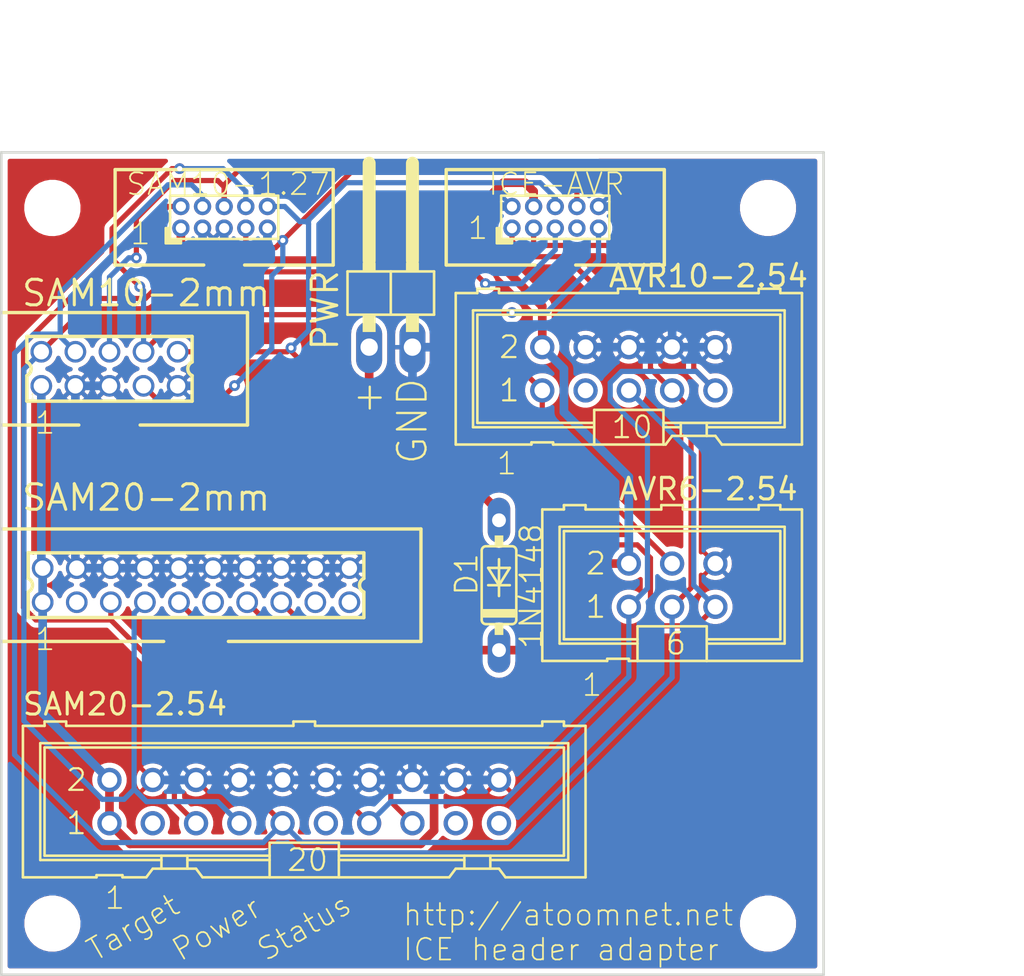
<source format=kicad_pcb>
(kicad_pcb (version 4) (host pcbnew 4.0.2-stable)
  (layers (0 Top signal hide) (31 Bottom signal hide) (34 B.Paste user hide) (35 F.Paste user hide) (36 B.SilkS user) (37 F.SilkS user) (38 B.Mask user hide) (39 F.Mask user hide) (44 Edge.Cuts user))
  (net 0 "")
  (net 1 /TDO)
  (net 2 /VTG)
  (net 3 /TCK)
  (net 4 /TDI)
  (net 5 /NSRST)
  (net 6 /GND)
  (net 7 "Net-(D1-PadA)")
  (net 8 /TMS)
  (net 9 /NTRST)
  (module con-harting-ml:ML10 (layer Top) (at 87.63 124.46)
    (fp_text reference AVR10-2.54 (at 4.67 -5.44) (layer F.SilkS) (effects (font (size 1.27 1.27) (thickness 0.1778))))
    (fp_text value ML10 hide)
    (fp_text user 10 (at 0.193524 3.429) (layer F.SilkS) (effects (font (size 1.27 1.27) (thickness 0.127))))
    (fp_text user 1 (at -7.015238 1.27) (layer F.SilkS) (effects (font (size 1.27 1.27) (thickness 0.127))))
    (fp_text user 2 (at -7.015238 -1.27) (layer F.SilkS) (effects (font (size 1.27 1.27) (thickness 0.127))))
    (pad 1 thru_hole circle (at -5.08 1.27) (size 1.4224 1.4224) (drill 0.9144) (layers *.Cu *.Mask) (net 4 /TDI))
    (pad 2 thru_hole circle (at -5.08 -1.27) (size 1.4224 1.4224) (drill 0.9144) (layers *.Cu *.Mask) (net 2 /VTG))
    (pad 3 thru_hole circle (at -2.54 1.27) (size 1.4224 1.4224) (drill 0.9144) (layers *.Cu *.Mask))
    (pad 4 thru_hole circle (at -2.54 -1.27) (size 1.4224 1.4224) (drill 0.9144) (layers *.Cu *.Mask) (net 6 /GND))
    (pad 5 thru_hole circle (at 0 1.27) (size 1.4224 1.4224) (drill 0.9144) (layers *.Cu *.Mask) (net 5 /NSRST))
    (pad 6 thru_hole circle (at 0 -1.27) (size 1.4224 1.4224) (drill 0.9144) (layers *.Cu *.Mask) (net 6 /GND))
    (pad 7 thru_hole circle (at 2.54 1.27) (size 1.4224 1.4224) (drill 0.9144) (layers *.Cu *.Mask) (net 3 /TCK))
    (pad 8 thru_hole circle (at 2.54 -1.27) (size 1.4224 1.4224) (drill 0.9144) (layers *.Cu *.Mask) (net 6 /GND))
    (pad 9 thru_hole circle (at 5.08 1.27) (size 1.4224 1.4224) (drill 0.9144) (layers *.Cu *.Mask) (net 1 /TDO))
    (pad 10 thru_hole circle (at 5.08 -1.27) (size 1.4224 1.4224) (drill 0.9144) (layers *.Cu *.Mask) (net 6 /GND))
  )
  (module con-harting-ml:ML6 (layer Top) (at 90.17 137.16)
    (fp_text reference AVR6-2.54 (at 2.13 -5.64) (layer F.SilkS) (effects (font (size 1.27 1.27) (thickness 0.1778))))
    (fp_text value ML6 hide)
    (fp_text user 1 (at -4.475238 1.27) (layer F.SilkS) (effects (font (size 1.27 1.27) (thickness 0.127))))
    (fp_text user 2 (at -4.475238 -1.27) (layer F.SilkS) (effects (font (size 1.27 1.27) (thickness 0.127))))
    (fp_text user 6 (at 0.223762 3.429) (layer F.SilkS) (effects (font (size 1.27 1.27) (thickness 0.127))))
    (pad 1 thru_hole circle (at -2.54 1.27) (size 1.4224 1.4224) (drill 0.9144) (layers *.Cu *.Mask) (net 1 /TDO))
    (pad 2 thru_hole circle (at -2.54 -1.27) (size 1.4224 1.4224) (drill 0.9144) (layers *.Cu *.Mask) (net 2 /VTG))
    (pad 3 thru_hole circle (at 0 1.27) (size 1.4224 1.4224) (drill 0.9144) (layers *.Cu *.Mask) (net 3 /TCK))
    (pad 4 thru_hole circle (at 0 -1.27) (size 1.4224 1.4224) (drill 0.9144) (layers *.Cu *.Mask) (net 4 /TDI))
    (pad 5 thru_hole circle (at 2.54 1.27) (size 1.4224 1.4224) (drill 0.9144) (layers *.Cu *.Mask) (net 5 /NSRST))
    (pad 6 thru_hole circle (at 2.54 -1.27) (size 1.4224 1.4224) (drill 0.9144) (layers *.Cu *.Mask) (net 6 /GND))
  )
  (module con-harting-ml:ML20 (layer Top) (at 68.58 149.86)
    (fp_text reference SAM20-2.54 (at -10.52286 -5.714987) (layer F.SilkS) (effects (font (size 1.27 1.27) (thickness 0.1778))))
    (fp_text value ML20 hide)
    (fp_text user 1 (at -13.36524 1.27) (layer F.SilkS) (effects (font (size 1.27 1.27) (thickness 0.127))))
    (fp_text user 2 (at -13.36524 -1.27) (layer F.SilkS) (effects (font (size 1.27 1.27) (thickness 0.127))))
    (fp_text user 20 (at 0.193524 3.429) (layer F.SilkS) (effects (font (size 1.27 1.27) (thickness 0.127))))
    (pad 1 thru_hole circle (at -11.43 1.27) (size 1.4224 1.4224) (drill 0.9144) (layers *.Cu *.Mask) (net 2 /VTG))
    (pad 2 thru_hole circle (at -11.43 -1.27) (size 1.4224 1.4224) (drill 0.9144) (layers *.Cu *.Mask) (net 2 /VTG))
    (pad 3 thru_hole circle (at -8.89 1.27) (size 1.4224 1.4224) (drill 0.9144) (layers *.Cu *.Mask))
    (pad 4 thru_hole circle (at -8.89 -1.27) (size 1.4224 1.4224) (drill 0.9144) (layers *.Cu *.Mask) (net 6 /GND))
    (pad 5 thru_hole circle (at -6.35 1.27) (size 1.4224 1.4224) (drill 0.9144) (layers *.Cu *.Mask) (net 4 /TDI))
    (pad 6 thru_hole circle (at -6.35 -1.27) (size 1.4224 1.4224) (drill 0.9144) (layers *.Cu *.Mask) (net 6 /GND))
    (pad 7 thru_hole circle (at -3.81 1.27) (size 1.4224 1.4224) (drill 0.9144) (layers *.Cu *.Mask) (net 8 /TMS))
    (pad 8 thru_hole circle (at -3.81 -1.27) (size 1.4224 1.4224) (drill 0.9144) (layers *.Cu *.Mask) (net 6 /GND))
    (pad 9 thru_hole circle (at -1.27 1.27) (size 1.4224 1.4224) (drill 0.9144) (layers *.Cu *.Mask) (net 3 /TCK))
    (pad 10 thru_hole circle (at -1.27 -1.27) (size 1.4224 1.4224) (drill 0.9144) (layers *.Cu *.Mask) (net 6 /GND))
    (pad 11 thru_hole circle (at 1.27 1.27) (size 1.4224 1.4224) (drill 0.9144) (layers *.Cu *.Mask))
    (pad 12 thru_hole circle (at 1.27 -1.27) (size 1.4224 1.4224) (drill 0.9144) (layers *.Cu *.Mask) (net 6 /GND))
    (pad 13 thru_hole circle (at 3.81 1.27) (size 1.4224 1.4224) (drill 0.9144) (layers *.Cu *.Mask) (net 1 /TDO))
    (pad 14 thru_hole circle (at 3.81 -1.27) (size 1.4224 1.4224) (drill 0.9144) (layers *.Cu *.Mask) (net 6 /GND))
    (pad 15 thru_hole circle (at 6.35 1.27) (size 1.4224 1.4224) (drill 0.9144) (layers *.Cu *.Mask) (net 5 /NSRST))
    (pad 16 thru_hole circle (at 6.35 -1.27) (size 1.4224 1.4224) (drill 0.9144) (layers *.Cu *.Mask) (net 6 /GND))
    (pad 17 thru_hole circle (at 8.89 1.27) (size 1.4224 1.4224) (drill 0.9144) (layers *.Cu *.Mask))
    (pad 18 thru_hole circle (at 8.89 -1.27) (size 1.4224 1.4224) (drill 0.9144) (layers *.Cu *.Mask) (net 6 /GND))
    (pad 19 thru_hole circle (at 11.43 1.27) (size 1.4224 1.4224) (drill 0.9144) (layers *.Cu *.Mask))
    (pad 20 thru_hole circle (at 11.43 -1.27) (size 1.4224 1.4224) (drill 0.9144) (layers *.Cu *.Mask) (net 6 /GND))
  )
  (module diode:DO35-7 (layer Top) (at 80.01 137.16 90)
    (fp_text reference D1 (at 0.635 -1.90499 90) (layer F.SilkS) (effects (font (size 1.27 1.27) (thickness 0.127))))
    (fp_text value 1N4148 (at -0.06 1.89 90) (layer F.SilkS) (effects (font (size 1.27 1.27) (thickness 0.127))))
    (pad C thru_hole oval (at -3.81 0 90) (size 2.6416 1.3208) (drill 0.8128) (layers *.Cu *.Mask) (net 2 /VTG))
    (pad A thru_hole oval (at 3.81 0 90) (size 2.6416 1.3208) (drill 0.8128) (layers *.Cu *.Mask) (net 7 "Net-(D1-PadA)"))
  )
  (module pinhead:1X02_90 (layer Top) (at 73.66 119.38)
    (fp_text reference PWR1 hide)
    (fp_text value PINHD-1X2 hide)
    (pad 1 thru_hole oval (at -1.27 3.81) (size 1.524 3.048) (drill 1.016) (layers *.Cu *.Mask) (net 7 "Net-(D1-PadA)"))
    (pad 2 thru_hole oval (at 1.27 3.81) (size 1.524 3.048) (drill 1.016) (layers *.Cu *.Mask) (net 6 /GND))
  )
  (module Mounting_Holes:MountingHole_2.7mm_M2.5 (layer Top) (at 53.8 115.02)
    (fp_text reference P1 hide)
    (fp_text value TST)
    (pad 1 np_thru_hole circle (at 0 0) (size 2.7 2.7) (drill 2.7) (layers *.Cu *.Mask))
  )
  (module Mounting_Holes:MountingHole_2.7mm_M2.5 (layer Top) (at 95.8 115.02)
    (fp_text reference P2 hide)
    (fp_text value TST)
    (pad 1 np_thru_hole circle (at 0 0) (size 2.7 2.7) (drill 2.7) (layers *.Cu *.Mask))
  )
  (module Mounting_Holes:MountingHole_2.7mm_M2.5 (layer Top) (at 53.8 157.02)
    (fp_text reference P3 hide)
    (fp_text value TST)
    (pad 1 np_thru_hole circle (at 0 0) (size 2.7 2.7) (drill 2.7) (layers *.Cu *.Mask))
  )
  (module Mounting_Holes:MountingHole_2.7mm_M2.5 (layer Top) (at 95.8 157.02)
    (fp_text reference P4 hide)
    (fp_text value TST)
    (pad 1 np_thru_hole circle (at 0 0) (size 2.7 2.7) (drill 2.7) (layers *.Cu *.Mask))
  )
  (module con-molex:87758-1016 (layer Top) (at 57.15 124.46)
    (fp_text reference SAM10-2 hide)
    (fp_text value 87758-1016 hide)
    (fp_text user 1 (at -4.504857 1.5976) (layer F.SilkS) (effects (font (size 0.3048 0.3048) (thickness 0.024384))))
    (pad 1 thru_hole circle (at -4 1) (size 1.27 1.27) (drill 0.9) (layers *.Cu *.Mask) (net 2 /VTG))
    (pad 2 thru_hole circle (at -4 -1) (size 1.27 1.27) (drill 0.9) (layers *.Cu *.Mask) (net 8 /TMS))
    (pad 3 thru_hole circle (at -2 1) (size 1.27 1.27) (drill 0.9) (layers *.Cu *.Mask) (net 6 /GND))
    (pad 4 thru_hole circle (at -2 -1) (size 1.27 1.27) (drill 0.9) (layers *.Cu *.Mask) (net 3 /TCK))
    (pad 5 thru_hole circle (at 0 1) (size 1.27 1.27) (drill 0.9) (layers *.Cu *.Mask) (net 6 /GND))
    (pad 6 thru_hole circle (at 0 -1) (size 1.27 1.27) (drill 0.9) (layers *.Cu *.Mask) (net 1 /TDO))
    (pad 7 thru_hole circle (at 2 1) (size 1.27 1.27) (drill 0.9) (layers *.Cu *.Mask) (net 9 /NTRST))
    (pad 8 thru_hole circle (at 2 -1) (size 1.27 1.27) (drill 0.9) (layers *.Cu *.Mask) (net 4 /TDI))
    (pad 9 thru_hole circle (at 4 1) (size 1.27 1.27) (drill 0.9) (layers *.Cu *.Mask) (net 6 /GND))
    (pad 10 thru_hole circle (at 4 -1) (size 1.27 1.27) (drill 0.9) (layers *.Cu *.Mask) (net 5 /NSRST))
  )
  (module con-molex:87758-2016 (layer Top) (at 62.23 137.16)
    (fp_text reference SAM20-2 hide)
    (fp_text value 87758-2016 hide)
    (fp_text user 1 (at -9.504857 1.5976) (layer F.SilkS) (effects (font (size 0.3048 0.3048) (thickness 0.024384))))
    (pad 1 thru_hole circle (at -9 1) (size 1.27 1.27) (drill 0.9) (layers *.Cu *.Mask) (net 2 /VTG))
    (pad 2 thru_hole circle (at -9 -1) (size 1.27 1.27) (drill 0.9) (layers *.Cu *.Mask) (net 2 /VTG))
    (pad 3 thru_hole circle (at -7 1) (size 1.27 1.27) (drill 0.9) (layers *.Cu *.Mask))
    (pad 4 thru_hole circle (at -7 -1) (size 1.27 1.27) (drill 0.9) (layers *.Cu *.Mask) (net 6 /GND))
    (pad 5 thru_hole circle (at -5 1) (size 1.27 1.27) (drill 0.9) (layers *.Cu *.Mask) (net 4 /TDI))
    (pad 6 thru_hole circle (at -5 -1) (size 1.27 1.27) (drill 0.9) (layers *.Cu *.Mask) (net 6 /GND))
    (pad 7 thru_hole circle (at -3 1) (size 1.27 1.27) (drill 0.9) (layers *.Cu *.Mask) (net 8 /TMS))
    (pad 8 thru_hole circle (at -3 -1) (size 1.27 1.27) (drill 0.9) (layers *.Cu *.Mask) (net 6 /GND))
    (pad 9 thru_hole circle (at -1 1) (size 1.27 1.27) (drill 0.9) (layers *.Cu *.Mask) (net 3 /TCK))
    (pad 10 thru_hole circle (at -1 -1) (size 1.27 1.27) (drill 0.9) (layers *.Cu *.Mask) (net 6 /GND))
    (pad 11 thru_hole circle (at 1 1) (size 1.27 1.27) (drill 0.9) (layers *.Cu *.Mask))
    (pad 12 thru_hole circle (at 1 -1) (size 1.27 1.27) (drill 0.9) (layers *.Cu *.Mask) (net 6 /GND))
    (pad 13 thru_hole circle (at 3 1) (size 1.27 1.27) (drill 0.9) (layers *.Cu *.Mask) (net 1 /TDO))
    (pad 14 thru_hole circle (at 3 -1) (size 1.27 1.27) (drill 0.9) (layers *.Cu *.Mask) (net 6 /GND))
    (pad 15 thru_hole circle (at 5 1) (size 1.27 1.27) (drill 0.9) (layers *.Cu *.Mask) (net 5 /NSRST))
    (pad 16 thru_hole circle (at 5 -1) (size 1.27 1.27) (drill 0.9) (layers *.Cu *.Mask) (net 6 /GND))
    (pad 17 thru_hole circle (at 7 1) (size 1.27 1.27) (drill 0.9) (layers *.Cu *.Mask))
    (pad 18 thru_hole circle (at 7 -1) (size 1.27 1.27) (drill 0.9) (layers *.Cu *.Mask) (net 6 /GND))
    (pad 19 thru_hole circle (at 9 1) (size 1.27 1.27) (drill 0.9) (layers *.Cu *.Mask))
    (pad 20 thru_hole circle (at 9 -1) (size 1.27 1.27) (drill 0.9) (layers *.Cu *.Mask) (net 6 /GND))
  )
  (module Arduino_Wifi_shield_v018_tG:PINHEAD_2X05_127 (layer Top) (at 63.881 115.57 90)
    (fp_text reference SAM10-1.27 hide)
    (fp_text value PINHEAD_PINHD-2X5 hide)
    (pad 1 thru_hole circle (at -0.635 -2.54 90) (size 1.016 1.016) (drill 0.6) (layers *.Cu *.Mask) (net 2 /VTG))
    (pad 2 thru_hole circle (at 0.635 -2.54 90) (size 1.016 1.016) (drill 0.6) (layers *.Cu *.Mask) (net 8 /TMS))
    (pad 3 thru_hole circle (at -0.635 -1.27 90) (size 1.016 1.016) (drill 0.6) (layers *.Cu *.Mask) (net 6 /GND))
    (pad 4 thru_hole circle (at 0.635 -1.27 90) (size 1.016 1.016) (drill 0.6) (layers *.Cu *.Mask) (net 3 /TCK))
    (pad 5 thru_hole circle (at -0.635 0 90) (size 1.016 1.016) (drill 0.6) (layers *.Cu *.Mask) (net 6 /GND))
    (pad 6 thru_hole circle (at 0.635 0 90) (size 1.016 1.016) (drill 0.6) (layers *.Cu *.Mask) (net 1 /TDO))
    (pad 7 thru_hole circle (at -0.635 1.27 90) (size 1.016 1.016) (drill 0.6) (layers *.Cu *.Mask) (net 9 /NTRST))
    (pad 8 thru_hole circle (at 0.635 1.27 90) (size 1.016 1.016) (drill 0.6) (layers *.Cu *.Mask) (net 4 /TDI))
    (pad 9 thru_hole circle (at -0.635 2.54 90) (size 1.016 1.016) (drill 0.6) (layers *.Cu *.Mask) (net 6 /GND))
    (pad 10 thru_hole circle (at 0.635 2.54 90) (size 1.016 1.016) (drill 0.6) (layers *.Cu *.Mask) (net 5 /NSRST))
  )
  (module Arduino_Wifi_shield_v018_tG:PINHEAD_2X05_127 (layer Top) (at 83.312 115.57 90)
    (fp_text reference ICE-AVR1 hide)
    (fp_text value PINHEAD_PINHD-2X5 hide)
    (pad 1 thru_hole circle (at -0.635 -2.54 90) (size 1.016 1.016) (drill 0.6) (layers *.Cu *.Mask) (net 3 /TCK))
    (pad 2 thru_hole circle (at 0.635 -2.54 90) (size 1.016 1.016) (drill 0.6) (layers *.Cu *.Mask) (net 6 /GND))
    (pad 3 thru_hole circle (at -0.635 -1.27 90) (size 1.016 1.016) (drill 0.6) (layers *.Cu *.Mask) (net 1 /TDO))
    (pad 4 thru_hole circle (at 0.635 -1.27 90) (size 1.016 1.016) (drill 0.6) (layers *.Cu *.Mask) (net 2 /VTG))
    (pad 5 thru_hole circle (at -0.635 0 90) (size 1.016 1.016) (drill 0.6) (layers *.Cu *.Mask) (net 8 /TMS))
    (pad 6 thru_hole circle (at 0.635 0 90) (size 1.016 1.016) (drill 0.6) (layers *.Cu *.Mask) (net 5 /NSRST))
    (pad 7 thru_hole circle (at -0.635 1.27 90) (size 1.016 1.016) (drill 0.6) (layers *.Cu *.Mask))
    (pad 8 thru_hole circle (at 0.635 1.27 90) (size 1.016 1.016) (drill 0.6) (layers *.Cu *.Mask) (net 9 /NTRST))
    (pad 9 thru_hole circle (at -0.635 2.54 90) (size 1.016 1.016) (drill 0.6) (layers *.Cu *.Mask) (net 4 /TDI))
    (pad 10 thru_hole circle (at 0.635 2.54 90) (size 1.016 1.016) (drill 0.6) (layers *.Cu *.Mask) (net 6 /GND))
  )
  (gr_text PWR (at 69.8 121.02 90) (layer F.SilkS) (effects (font (size 1.5 1.5) (thickness 0.18))))
  (gr_text SAM20-2mm (at 59.3 132.02) (layer F.SilkS) (effects (font (size 1.5 1.5) (thickness 0.18))))
  (gr_text SAM10-2mm (at 59.3 120.02) (layer F.SilkS) (effects (font (size 1.5 1.5) (thickness 0.18))))
  (gr_text ICE-AVR (at 79.3 113.62) (layer F.SilkS) (effects (font (size 1.27 1.27) (thickness 0.1016)) (justify left)))
  (gr_text SAM10-1.27 (at 58.05 113.62) (layer F.SilkS) (effects (font (size 1.27 1.27) (thickness 0.1016)) (justify left)))
  (gr_text "http://atoomnet.net\nICE header adapter" (at 74.3 157.52) (layer F.SilkS) (effects (font (size 1.27 1.27) (thickness 0.1016)) (justify left)))
  (gr_text 1 (at 52.705 127.635) (layer F.SilkS) (effects (font (size 1.27 1.27) (thickness 0.1016)) (justify left)))
  (gr_text 1 (at 52.705 140.335) (layer F.SilkS) (effects (font (size 1.27 1.27) (thickness 0.1016)) (justify left)))
  (gr_text 1 (at 56.8 155.52) (layer F.SilkS) (effects (font (size 1.27 1.27) (thickness 0.1016)) (justify left)))
  (gr_text 1 (at 84.8 143.02) (layer F.SilkS) (effects (font (size 1.27 1.27) (thickness 0.1016)) (justify left)))
  (gr_text 1 (at 79.8 130.02) (layer F.SilkS) (effects (font (size 1.27 1.27) (thickness 0.1016)) (justify left)))
  (gr_text 1 (at 58.3 116.52) (layer F.SilkS) (effects (font (size 1.27 1.27) (thickness 0.1016)) (justify left)))
  (gr_text 1 (at 78.105 116.205) (layer F.SilkS) (effects (font (size 1.27 1.27) (thickness 0.1016)) (justify left)))
  (gr_text Status (at 65.93 158.75 30) (layer F.SilkS) (effects (font (size 1.27 1.27) (thickness 0.1016)) (justify left)))
  (gr_text Power (at 60.93 158.75 30) (layer F.SilkS) (effects (font (size 1.27 1.27) (thickness 0.1016)) (justify left)))
  (gr_text Target (at 55.93 158.75 30) (layer F.SilkS) (effects (font (size 1.27 1.27) (thickness 0.1016)) (justify left)))
  (gr_text + (at 71.3 126.02) (layer F.SilkS) (effects (font (size 1.6764 1.6764) (thickness 0.134112)) (justify left)))
  (gr_text GND (at 74.93 130.175 90) (layer F.SilkS) (effects (font (size 1.6764 1.6764) (thickness 0.134112)) (justify left)))
  (gr_line (start 50.8 160.02) (end 99.06 160.02) (layer Edge.Cuts) (width 0.15))
  (gr_line (start 99.06 160.02) (end 99.06 111.76) (layer Edge.Cuts) (width 0.15))
  (gr_line (start 99.06 111.76) (end 50.8 111.76) (layer Edge.Cuts) (width 0.15))
  (gr_line (start 50.8 111.76) (end 50.8 160.02) (layer Edge.Cuts) (width 0.15))
  (segment (start 86.741 117.6159) (end 86.741 117.348) (width 0.3048) (layer Top) (net 1))
  (segment (start 86.741 117.348) (end 86.614 117.221) (width 0.3048) (layer Top) (net 1))
  (segment (start 63.881 114.935) (end 63.881 113.665) (width 0.3048) (layer Top) (net 1))
  (segment (start 63.881 113.665) (end 65.176422 112.369578) (width 0.3048) (layer Top) (net 1))
  (segment (start 65.176422 112.369578) (end 85.191578 112.369578) (width 0.3048) (layer Top) (net 1))
  (segment (start 85.191578 112.369578) (end 87.503 114.681) (width 0.3048) (layer Top) (net 1))
  (segment (start 87.503 114.681) (end 87.503 116.332) (width 0.3048) (layer Top) (net 1))
  (segment (start 87.503 116.332) (end 86.614 117.221) (width 0.3048) (layer Top) (net 1))
  (segment (start 86.614 117.221) (end 82.169 117.221) (width 0.3048) (layer Top) (net 1))
  (segment (start 82.169 117.221) (end 82.042 117.094) (width 0.3048) (layer Top) (net 1))
  (segment (start 82.042 117.094) (end 82.042 116.205) (width 0.3048) (layer Top) (net 1))
  (segment (start 63.5 113.411) (end 60.96 113.411) (width 0.3048) (layer Top) (net 1))
  (segment (start 58.7278 115.6432) (end 58.7278 117.9482) (width 0.3048) (layer Top) (net 1))
  (segment (start 63.881 114.935) (end 63.881 113.792) (width 0.3048) (layer Top) (net 1))
  (segment (start 63.881 113.792) (end 63.5 113.411) (width 0.3048) (layer Top) (net 1))
  (segment (start 60.96 113.411) (end 58.7278 115.6432) (width 0.3048) (layer Top) (net 1))
  (segment (start 92.71 125.73) (end 91.44 124.46) (width 0.3048) (layer Top) (net 1))
  (segment (start 91.44 124.46) (end 91.44 122.3149) (width 0.3048) (layer Top) (net 1))
  (segment (start 91.44 122.3149) (end 86.741 117.6159) (width 0.3048) (layer Top) (net 1))
  (segment (start 58.7278 117.9482) (end 58.278788 117.9482) (width 0.3048) (layer Bottom) (net 1))
  (segment (start 58.278788 117.9482) (end 57.15 119.076988) (width 0.3048) (layer Bottom) (net 1))
  (segment (start 57.15 122.561975) (end 57.15 123.46) (width 0.3048) (layer Bottom) (net 1))
  (segment (start 57.15 119.076988) (end 57.15 122.561975) (width 0.3048) (layer Bottom) (net 1))
  (via (at 58.7278 117.9482) (size 0.635) (layers Top Bottom) (net 1))
  (segment (start 71.12 149.86) (end 72.39 151.13) (width 0.3048) (layer Top) (net 1))
  (segment (start 71.12 144.05) (end 71.12 149.86) (width 0.3048) (layer Top) (net 1))
  (segment (start 65.23 138.16) (end 71.12 144.05) (width 0.3048) (layer Top) (net 1))
  (segment (start 91.5931 124.6131) (end 92.71 125.73) (width 0.3048) (layer Bottom) (net 1))
  (segment (start 87.2011 124.6131) (end 91.5931 124.6131) (width 0.3048) (layer Bottom) (net 1))
  (segment (start 86.5374 125.2768) (end 87.2011 124.6131) (width 0.3048) (layer Bottom) (net 1))
  (segment (start 86.5374 126.2886) (end 86.5374 125.2768) (width 0.3048) (layer Bottom) (net 1))
  (segment (start 88.7226 128.4738) (end 86.5374 126.2886) (width 0.3048) (layer Bottom) (net 1))
  (segment (start 88.7226 137.3374) (end 88.7226 128.4738) (width 0.3048) (layer Bottom) (net 1))
  (segment (start 87.63 138.43) (end 88.7226 137.3374) (width 0.3048) (layer Bottom) (net 1))
  (segment (start 87.63 142.5233) (end 87.63 138.43) (width 0.3048) (layer Bottom) (net 1))
  (segment (start 80.2933 149.86) (end 87.63 142.5233) (width 0.3048) (layer Bottom) (net 1))
  (segment (start 73.66 149.86) (end 80.2933 149.86) (width 0.3048) (layer Bottom) (net 1))
  (segment (start 72.39 151.13) (end 73.66 149.86) (width 0.3048) (layer Bottom) (net 1))
  (segment (start 79.5119 117.7559) (end 79.1578 118.11) (width 0.508) (layer Top) (net 2))
  (segment (start 79.1578 118.11) (end 62.357 118.11) (width 0.508) (layer Top) (net 2))
  (segment (start 62.357 118.11) (end 61.341 117.094) (width 0.508) (layer Top) (net 2))
  (segment (start 61.341 117.094) (end 61.341 116.205) (width 0.508) (layer Top) (net 2))
  (segment (start 79.5119 117.7559) (end 79.5119 114.2901) (width 0.508) (layer Top) (net 2))
  (segment (start 79.5119 114.2901) (end 80.264 113.538) (width 0.508) (layer Top) (net 2))
  (segment (start 80.264 113.538) (end 81.534 113.538) (width 0.508) (layer Top) (net 2))
  (segment (start 81.534 113.538) (end 82.042 114.046) (width 0.508) (layer Top) (net 2))
  (segment (start 82.042 114.046) (end 82.042 114.935) (width 0.508) (layer Top) (net 2))
  (segment (start 87.63 135.89) (end 87.63 130.81) (width 0.508) (layer Bottom) (net 2))
  (segment (start 87.63 130.81) (end 83.82 127) (width 0.508) (layer Bottom) (net 2))
  (segment (start 83.82 127) (end 83.82 124.46) (width 0.508) (layer Bottom) (net 2))
  (segment (start 83.82 124.46) (end 82.55 123.19) (width 0.508) (layer Bottom) (net 2))
  (segment (start 53.15 136.08) (end 53.15 125.46) (width 0.508) (layer Bottom) (net 2))
  (segment (start 53.23 136.16) (end 53.15 136.08) (width 0.508) (layer Bottom) (net 2))
  (segment (start 82.55 120.794) (end 79.5119 117.7559) (width 0.508) (layer Top) (net 2))
  (segment (start 82.55 123.19) (end 82.55 120.794) (width 0.508) (layer Top) (net 2))
  (segment (start 53.23 136.16) (end 53.23 138.16) (width 0.508) (layer Bottom) (net 2))
  (segment (start 53.23 144.67) (end 57.15 148.59) (width 0.508) (layer Bottom) (net 2))
  (segment (start 53.23 138.16) (end 53.23 144.67) (width 0.508) (layer Bottom) (net 2))
  (segment (start 86.2333 135.89) (end 87.63 135.89) (width 0.508) (layer Top) (net 2))
  (segment (start 81.1533 140.97) (end 86.2333 135.89) (width 0.508) (layer Top) (net 2))
  (segment (start 80.01 140.97) (end 81.1533 140.97) (width 0.508) (layer Top) (net 2))
  (segment (start 57.15 148.59) (end 57.15 151.13) (width 0.508) (layer Top) (net 2))
  (segment (start 76.2 143.6367) (end 78.8667 140.97) (width 0.508) (layer Top) (net 2))
  (segment (start 76.2 151.5566) (end 76.2 143.6367) (width 0.508) (layer Top) (net 2))
  (segment (start 75.415 152.3416) (end 76.2 151.5566) (width 0.508) (layer Top) (net 2))
  (segment (start 58.3616 152.3416) (end 75.415 152.3416) (width 0.508) (layer Top) (net 2))
  (segment (start 57.15 151.13) (end 58.3616 152.3416) (width 0.508) (layer Top) (net 2))
  (segment (start 80.01 140.97) (end 78.8667 140.97) (width 0.508) (layer Top) (net 2))
  (segment (start 54.2571 122.4236) (end 54.2571 119.9869) (width 0.3048) (layer Bottom) (net 3))
  (segment (start 54.2571 119.9869) (end 60.579 113.665) (width 0.3048) (layer Bottom) (net 3))
  (segment (start 60.579 113.665) (end 61.976 113.665) (width 0.3048) (layer Bottom) (net 3))
  (segment (start 61.976 113.665) (end 62.611 114.3) (width 0.3048) (layer Bottom) (net 3))
  (segment (start 62.611 114.3) (end 62.611 114.935) (width 0.3048) (layer Bottom) (net 3))
  (segment (start 90.17 125.73) (end 88.9 124.46) (width 0.3048) (layer Top) (net 3))
  (segment (start 88.9 124.46) (end 88.9 122.8528) (width 0.3048) (layer Top) (net 3))
  (segment (start 88.9 122.8528) (end 83.928611 117.881411) (width 0.3048) (layer Top) (net 3))
  (segment (start 83.928611 117.881411) (end 81.686411 117.881411) (width 0.3048) (layer Top) (net 3))
  (segment (start 81.686411 117.881411) (end 80.772 116.967) (width 0.3048) (layer Top) (net 3))
  (segment (start 80.772 116.967) (end 80.772 116.205) (width 0.3048) (layer Top) (net 3))
  (segment (start 66.04 149.86) (end 67.31 151.13) (width 0.3048) (layer Top) (net 3))
  (segment (start 66.04 142.97) (end 66.04 149.86) (width 0.3048) (layer Top) (net 3))
  (segment (start 61.23 138.16) (end 66.04 142.97) (width 0.3048) (layer Top) (net 3))
  (segment (start 90.17 142.5735) (end 90.17 138.43) (width 0.3048) (layer Bottom) (net 3))
  (segment (start 80.4838 152.2597) (end 90.17 142.5735) (width 0.3048) (layer Bottom) (net 3))
  (segment (start 68.4397 152.2597) (end 80.4838 152.2597) (width 0.3048) (layer Bottom) (net 3))
  (segment (start 67.31 151.13) (end 68.4397 152.2597) (width 0.3048) (layer Bottom) (net 3))
  (segment (start 54.2571 122.5671) (end 54.2571 122.4236) (width 0.3048) (layer Bottom) (net 3))
  (segment (start 55.15 123.46) (end 54.2571 122.5671) (width 0.3048) (layer Bottom) (net 3))
  (segment (start 66.1765 152.2635) (end 67.31 151.13) (width 0.3048) (layer Bottom) (net 3))
  (segment (start 56.7363 152.2635) (end 66.1765 152.2635) (width 0.3048) (layer Bottom) (net 3))
  (segment (start 51.5787 147.1059) (end 56.7363 152.2635) (width 0.3048) (layer Bottom) (net 3))
  (segment (start 51.5787 123.5509) (end 51.5787 147.1059) (width 0.3048) (layer Bottom) (net 3))
  (segment (start 52.706 122.4236) (end 51.5787 123.5509) (width 0.3048) (layer Bottom) (net 3))
  (segment (start 54.2571 122.4236) (end 52.706 122.4236) (width 0.3048) (layer Bottom) (net 3))
  (segment (start 91.2812 126.8412) (end 90.17 125.73) (width 0.3048) (layer Top) (net 3))
  (segment (start 91.2812 137.3188) (end 91.2812 126.8412) (width 0.3048) (layer Top) (net 3))
  (segment (start 90.17 138.43) (end 91.2812 137.3188) (width 0.3048) (layer Top) (net 3))
  (segment (start 65.151 114.935) (end 65.151 114.046) (width 0.3048) (layer Bottom) (net 4))
  (segment (start 65.151 114.046) (end 63.81748 112.71248) (width 0.3048) (layer Bottom) (net 4))
  (segment (start 63.81748 112.71248) (end 61.716083 112.71248) (width 0.3048) (layer Bottom) (net 4))
  (segment (start 61.716083 112.71248) (end 61.267071 112.71248) (width 0.3048) (layer Bottom) (net 4))
  (segment (start 60.818059 112.71248) (end 61.267071 112.71248) (width 0.3048) (layer Top) (net 4))
  (segment (start 57.3013 116.229239) (end 60.818059 112.71248) (width 0.3048) (layer Top) (net 4))
  (segment (start 57.3013 117.8405) (end 57.3013 116.229239) (width 0.3048) (layer Top) (net 4))
  (via (at 61.267071 112.71248) (size 0.635) (drill 0.3048) (layers Top Bottom) (net 4))
  (segment (start 58.610501 119.316497) (end 58.928 119.633996) (width 0.3048) (layer Top) (net 4))
  (segment (start 57.3013 118.007296) (end 58.610501 119.316497) (width 0.3048) (layer Top) (net 4))
  (via (at 58.928 119.633996) (size 0.635) (drill 0.3048) (layers Top Bottom) (net 4))
  (segment (start 57.3013 117.8405) (end 57.3013 118.007296) (width 0.3048) (layer Top) (net 4))
  (segment (start 59.15 119.855996) (end 58.928 119.633996) (width 0.3048) (layer Bottom) (net 4))
  (segment (start 59.15 123.46) (end 59.15 119.855996) (width 0.3048) (layer Bottom) (net 4))
  (segment (start 85.852 116.205) (end 85.852 118.11) (width 0.3048) (layer Bottom) (net 4))
  (segment (start 85.852 118.11) (end 82.804 121.158) (width 0.3048) (layer Bottom) (net 4))
  (segment (start 82.804 121.158) (end 80.772 121.158) (width 0.3048) (layer Bottom) (net 4))
  (segment (start 80.322988 121.158) (end 80.772 121.158) (width 0.3048) (layer Top) (net 4))
  (segment (start 79.9122 121.158) (end 80.322988 121.158) (width 0.3048) (layer Top) (net 4))
  (via (at 80.772 121.158) (size 0.635) (drill 0.3048) (layers Top Bottom) (net 4))
  (segment (start 79.7865 121.2837) (end 79.9122 121.158) (width 0.3048) (layer Top) (net 4))
  (segment (start 82.55 128.27) (end 82.55 125.73) (width 0.3048) (layer Top) (net 4))
  (segment (start 90.17 135.89) (end 82.55 128.27) (width 0.3048) (layer Top) (net 4))
  (segment (start 79.7865 122.9665) (end 82.55 125.73) (width 0.3048) (layer Top) (net 4))
  (segment (start 79.7865 121.2837) (end 79.7865 122.9665) (width 0.3048) (layer Top) (net 4))
  (segment (start 61.3263 121.2837) (end 79.7865 121.2837) (width 0.3048) (layer Top) (net 4))
  (segment (start 59.15 123.46) (end 61.3263 121.2837) (width 0.3048) (layer Top) (net 4))
  (segment (start 57.23 138.16) (end 57.23 139.2009) (width 0.3048) (layer Top) (net 4))
  (segment (start 60.96 149.86) (end 62.23 151.13) (width 0.3048) (layer Top) (net 4))
  (segment (start 60.96 142.9309) (end 60.96 149.86) (width 0.3048) (layer Top) (net 4))
  (segment (start 57.23 139.2009) (end 60.96 142.9309) (width 0.3048) (layer Top) (net 4))
  (segment (start 52.8311 139.2009) (end 57.23 139.2009) (width 0.3048) (layer Top) (net 4))
  (segment (start 52.1034 138.4732) (end 52.8311 139.2009) (width 0.3048) (layer Top) (net 4))
  (segment (start 52.1034 123.0384) (end 52.1034 138.4732) (width 0.3048) (layer Top) (net 4))
  (segment (start 57.3013 117.8405) (end 52.1034 123.0384) (width 0.3048) (layer Top) (net 4))
  (segment (start 73.66 139.1986) (end 73.66 129.2801) (width 0.3048) (layer Top) (net 5))
  (segment (start 73.66 129.2801) (end 67.7096 123.3297) (width 0.3048) (layer Top) (net 5))
  (segment (start 92.71 138.43) (end 91.5989 139.5411) (width 0.3048) (layer Top) (net 5))
  (segment (start 88.9 138.7854) (end 88.9 135.5625) (width 0.3048) (layer Top) (net 5))
  (segment (start 91.5989 139.5411) (end 89.6557 139.5411) (width 0.3048) (layer Top) (net 5))
  (segment (start 85.0433 134.7937) (end 83.312 136.525) (width 0.3048) (layer Top) (net 5))
  (segment (start 89.6557 139.5411) (end 88.9 138.7854) (width 0.3048) (layer Top) (net 5))
  (segment (start 88.9 135.5625) (end 88.1312 134.7937) (width 0.3048) (layer Top) (net 5))
  (segment (start 88.1312 134.7937) (end 85.0433 134.7937) (width 0.3048) (layer Top) (net 5))
  (segment (start 83.312 136.525) (end 80.9048 136.525) (width 0.3048) (layer Top) (net 5))
  (segment (start 80.9048 136.525) (end 78.2378 139.192) (width 0.3048) (layer Top) (net 5))
  (segment (start 78.2378 139.192) (end 73.66 139.192) (width 0.3048) (layer Top) (net 5))
  (segment (start 83.312 114.935) (end 83.312 114.427) (width 0.3048) (layer Bottom) (net 5))
  (segment (start 83.312 114.427) (end 82.423 113.538) (width 0.3048) (layer Bottom) (net 5))
  (segment (start 82.423 113.538) (end 71.0252 113.538) (width 0.3048) (layer Bottom) (net 5))
  (segment (start 71.0252 113.538) (end 68.834 115.7292) (width 0.3048) (layer Bottom) (net 5))
  (segment (start 68.834 115.7292) (end 68.834 115.824) (width 0.3048) (layer Bottom) (net 5))
  (segment (start 68.834 115.824) (end 68.326 115.824) (width 0.3048) (layer Bottom) (net 5))
  (segment (start 68.326 115.824) (end 67.437 114.935) (width 0.3048) (layer Bottom) (net 5))
  (segment (start 67.437 114.935) (end 66.421 114.935) (width 0.3048) (layer Bottom) (net 5))
  (segment (start 67.8064 123.2329) (end 68.834 122.2053) (width 0.3048) (layer Bottom) (net 5))
  (segment (start 68.834 122.2053) (end 68.834 115.951) (width 0.3048) (layer Bottom) (net 5))
  (segment (start 68.834 115.951) (end 68.707 115.824) (width 0.3048) (layer Bottom) (net 5))
  (via (at 67.8064 123.2329) (size 0.635) (layers Top Bottom) (net 5))
  (segment (start 91.44 137.16) (end 92.71 138.43) (width 0.3048) (layer Bottom) (net 5))
  (segment (start 91.44 129.54) (end 91.44 137.16) (width 0.3048) (layer Bottom) (net 5))
  (segment (start 87.63 125.73) (end 91.44 129.54) (width 0.3048) (layer Bottom) (net 5))
  (segment (start 67.5793 123.46) (end 67.7096 123.3297) (width 0.3048) (layer Top) (net 5))
  (segment (start 61.15 123.46) (end 67.5793 123.46) (width 0.3048) (layer Top) (net 5))
  (segment (start 67.7096 123.3297) (end 67.8064 123.2329) (width 0.3048) (layer Top) (net 5))
  (segment (start 68.2686 139.1986) (end 73.66 139.1986) (width 0.3048) (layer Top) (net 5))
  (segment (start 67.23 138.16) (end 68.2686 139.1986) (width 0.3048) (layer Top) (net 5))
  (segment (start 73.66 149.86) (end 74.93 151.13) (width 0.3048) (layer Top) (net 5))
  (segment (start 73.66 139.1986) (end 73.66 149.86) (width 0.3048) (layer Top) (net 5))
  (segment (start 79.032102 121.958102) (end 78.232 121.158) (width 0.508) (layer Bottom) (net 6))
  (segment (start 83.858102 121.958102) (end 79.032102 121.958102) (width 0.508) (layer Bottom) (net 6))
  (segment (start 85.09 123.19) (end 83.858102 121.958102) (width 0.508) (layer Bottom) (net 6))
  (segment (start 80.0536 114.935) (end 80.772 114.935) (width 0.508) (layer Bottom) (net 6))
  (segment (start 78.232 116.757) (end 80.0536 114.935) (width 0.508) (layer Bottom) (net 6))
  (segment (start 78.232 121.158) (end 78.232 116.757) (width 0.508) (layer Bottom) (net 6))
  (segment (start 93.4212 135.179) (end 92.71 135.89) (width 0.508) (layer Bottom) (net 6))
  (segment (start 94.361 134.239) (end 93.4212 135.179) (width 0.508) (layer Bottom) (net 6))
  (segment (start 94.361 124.841) (end 94.361 134.239) (width 0.508) (layer Bottom) (net 6))
  (segment (start 92.71 123.19) (end 94.361 124.841) (width 0.508) (layer Bottom) (net 6))
  (segment (start 74.93 123.19) (end 74.93 132.46) (width 0.508) (layer Bottom) (net 6))
  (segment (start 55.15 136.08) (end 55.23 136.16) (width 0.508) (layer Bottom) (net 6))
  (segment (start 55.15 125.46) (end 55.15 136.08) (width 0.508) (layer Bottom) (net 6))
  (segment (start 57.785 126.095) (end 57.15 125.46) (width 0.508) (layer Bottom) (net 6))
  (segment (start 58.2676 126.578) (end 57.785 126.095) (width 0.508) (layer Bottom) (net 6))
  (segment (start 60.0324 126.578) (end 58.2676 126.578) (width 0.508) (layer Bottom) (net 6))
  (segment (start 61.15 125.46) (end 60.0324 126.578) (width 0.508) (layer Bottom) (net 6))
  (segment (start 55.15 125.46) (end 57.15 125.46) (width 0.508) (layer Bottom) (net 6))
  (segment (start 65.278 122.23) (end 65.278 117.196) (width 0.508) (layer Bottom) (net 6))
  (segment (start 62.048 125.46) (end 65.278 122.23) (width 0.508) (layer Bottom) (net 6))
  (segment (start 61.15 125.46) (end 62.048 125.46) (width 0.508) (layer Bottom) (net 6))
  (segment (start 62.8832 117.196) (end 64.1532 117.196) (width 0.508) (layer Bottom) (net 6))
  (segment (start 62.611 116.923) (end 62.8832 117.196) (width 0.508) (layer Bottom) (net 6))
  (segment (start 62.611 116.205) (end 62.611 116.923) (width 0.508) (layer Bottom) (net 6))
  (segment (start 63.881 116.923) (end 63.881 116.205) (width 0.508) (layer Bottom) (net 6))
  (segment (start 64.1532 117.196) (end 63.881 116.923) (width 0.508) (layer Bottom) (net 6))
  (segment (start 90.17 118.535) (end 90.17 123.19) (width 0.508) (layer Bottom) (net 6))
  (segment (start 86.5704 114.935) (end 90.17 118.535) (width 0.508) (layer Bottom) (net 6))
  (segment (start 85.852 114.935) (end 86.5704 114.935) (width 0.508) (layer Bottom) (net 6))
  (segment (start 92.71 123.19) (end 90.17 123.19) (width 0.508) (layer Bottom) (net 6))
  (segment (start 90.17 123.19) (end 87.63 123.19) (width 0.508) (layer Bottom) (net 6))
  (segment (start 87.63 123.19) (end 85.09 123.19) (width 0.508) (layer Bottom) (net 6))
  (segment (start 66.1488 117.196) (end 65.278 117.196) (width 0.508) (layer Bottom) (net 6))
  (segment (start 66.421 116.923) (end 66.1488 117.196) (width 0.508) (layer Bottom) (net 6))
  (segment (start 66.421 116.205) (end 66.421 116.923) (width 0.508) (layer Bottom) (net 6))
  (segment (start 65.278 117.196) (end 64.1532 117.196) (width 0.508) (layer Bottom) (net 6))
  (segment (start 69.23 136.16) (end 71.23 136.16) (width 0.508) (layer Bottom) (net 6))
  (segment (start 74.93 132.46) (end 74.93 136.144) (width 0.508) (layer Bottom) (net 6))
  (segment (start 74.914 136.16) (end 71.23 136.16) (width 0.508) (layer Bottom) (net 6))
  (segment (start 74.93 136.144) (end 74.914 136.16) (width 0.508) (layer Bottom) (net 6))
  (segment (start 74.93 132.46) (end 74.93 136.144) (width 0.508) (layer Bottom) (net 6))
  (segment (start 74.93 136.144) (end 74.93 148.59) (width 0.508) (layer Bottom) (net 6))
  (segment (start 76.2 123.19) (end 74.93 123.19) (width 0.508) (layer Bottom) (net 6))
  (segment (start 78.232 121.158) (end 76.2 123.19) (width 0.508) (layer Bottom) (net 6))
  (segment (start 74.93 148.59) (end 77.47 148.59) (width 0.508) (layer Bottom) (net 6))
  (segment (start 77.47 148.59) (end 80.01 148.59) (width 0.508) (layer Bottom) (net 6))
  (segment (start 72.39 148.59) (end 74.93 148.59) (width 0.508) (layer Bottom) (net 6))
  (segment (start 67.23 136.16) (end 69.23 136.16) (width 0.508) (layer Bottom) (net 6))
  (segment (start 65.23 136.16) (end 67.23 136.16) (width 0.508) (layer Bottom) (net 6))
  (segment (start 69.85 148.59) (end 72.39 148.59) (width 0.508) (layer Bottom) (net 6))
  (segment (start 67.31 148.59) (end 69.85 148.59) (width 0.508) (layer Bottom) (net 6))
  (segment (start 63.23 136.16) (end 65.23 136.16) (width 0.508) (layer Bottom) (net 6))
  (segment (start 61.23 136.16) (end 63.23 136.16) (width 0.508) (layer Bottom) (net 6))
  (segment (start 64.77 148.59) (end 67.31 148.59) (width 0.508) (layer Bottom) (net 6))
  (segment (start 59.69 148.59) (end 62.23 148.59) (width 0.508) (layer Bottom) (net 6))
  (segment (start 62.23 148.59) (end 64.77 148.59) (width 0.508) (layer Bottom) (net 6))
  (segment (start 59.23 136.16) (end 61.23 136.16) (width 0.508) (layer Bottom) (net 6))
  (segment (start 55.23 136.16) (end 57.23 136.16) (width 0.508) (layer Bottom) (net 6))
  (segment (start 57.23 136.16) (end 59.23 136.16) (width 0.508) (layer Bottom) (net 6))
  (segment (start 72.39 123.19) (end 72.39 125.222) (width 0.508) (layer Top) (net 7))
  (segment (start 72.39 125.222) (end 80.01 132.842) (width 0.508) (layer Top) (net 7))
  (segment (start 80.01 132.842) (end 80.01 133.35) (width 0.508) (layer Top) (net 7))
  (segment (start 59.817 118.745) (end 59.817 115.697) (width 0.3048) (layer Top) (net 8))
  (segment (start 59.817 115.697) (end 60.579 114.935) (width 0.3048) (layer Top) (net 8))
  (segment (start 60.579 114.935) (end 61.341 114.935) (width 0.3048) (layer Top) (net 8))
  (segment (start 53.15 123.46) (end 56.277495 120.332505) (width 0.3048) (layer Top) (net 8))
  (segment (start 56.277495 120.332505) (end 59.263281 120.332505) (width 0.3048) (layer Top) (net 8))
  (segment (start 59.263281 120.332505) (end 59.817 119.778786) (width 0.3048) (layer Top) (net 8))
  (segment (start 78.5147 118.7704) (end 79.2098 119.4655) (width 0.3048) (layer Top) (net 8))
  (segment (start 59.817 119.778786) (end 59.817 118.745) (width 0.3048) (layer Top) (net 8))
  (segment (start 59.817 118.745) (end 59.8424 118.7704) (width 0.3048) (layer Top) (net 8))
  (segment (start 59.8424 118.7704) (end 78.5147 118.7704) (width 0.3048) (layer Top) (net 8))
  (segment (start 79.2098 119.4655) (end 81.3215 119.4655) (width 0.3048) (layer Bottom) (net 8))
  (segment (start 81.3215 119.4655) (end 83.312 117.475) (width 0.3048) (layer Bottom) (net 8))
  (segment (start 83.312 117.475) (end 83.312 116.205) (width 0.3048) (layer Bottom) (net 8))
  (via (at 79.2098 119.4655) (size 0.635) (layers Top Bottom) (net 8))
  (segment (start 58.5974 138.7926) (end 58.5974 149.1356) (width 0.3048) (layer Bottom) (net 8))
  (segment (start 59.23 138.16) (end 58.5974 138.7926) (width 0.3048) (layer Bottom) (net 8))
  (segment (start 63.5 149.86) (end 64.77 151.13) (width 0.3048) (layer Bottom) (net 8))
  (segment (start 59.3218 149.86) (end 63.5 149.86) (width 0.3048) (layer Bottom) (net 8))
  (segment (start 58.5974 149.1356) (end 59.3218 149.86) (width 0.3048) (layer Bottom) (net 8))
  (segment (start 52.1279 124.4821) (end 53.15 123.46) (width 0.3048) (layer Bottom) (net 8))
  (segment (start 52.1279 145.1283) (end 52.1279 124.4821) (width 0.3048) (layer Bottom) (net 8))
  (segment (start 56.7247 149.7251) (end 52.1279 145.1283) (width 0.3048) (layer Bottom) (net 8))
  (segment (start 58.0079 149.7251) (end 56.7247 149.7251) (width 0.3048) (layer Bottom) (net 8))
  (segment (start 58.5974 149.1356) (end 58.0079 149.7251) (width 0.3048) (layer Bottom) (net 8))
  (segment (start 64.4893 125.4485) (end 66.675 123.2628) (width 0.3048) (layer Bottom) (net 9))
  (segment (start 67.3222 118.3518) (end 67.3222 116.9241) (width 0.3048) (layer Bottom) (net 9))
  (segment (start 66.675 123.2628) (end 66.675 118.999) (width 0.3048) (layer Bottom) (net 9))
  (segment (start 66.675 118.999) (end 67.3222 118.3518) (width 0.3048) (layer Bottom) (net 9))
  (segment (start 65.151 116.205) (end 65.151 116.967) (width 0.3048) (layer Top) (net 9))
  (segment (start 65.532 117.348) (end 66.8983 117.348) (width 0.3048) (layer Top) (net 9))
  (segment (start 65.151 116.967) (end 65.532 117.348) (width 0.3048) (layer Top) (net 9))
  (segment (start 66.8983 117.348) (end 67.3222 116.9241) (width 0.3048) (layer Top) (net 9))
  (segment (start 67.3222 116.9241) (end 71.343311 112.902989) (width 0.3048) (layer Top) (net 9))
  (segment (start 71.343311 112.902989) (end 83.438989 112.902989) (width 0.3048) (layer Top) (net 9))
  (segment (start 83.438989 112.902989) (end 84.582 114.046) (width 0.3048) (layer Top) (net 9))
  (segment (start 84.582 114.046) (end 84.582 114.935) (width 0.3048) (layer Top) (net 9))
  (via (at 64.4893 125.4485) (size 0.635) (layers Top Bottom) (net 9))
  (via (at 67.3222 116.9241) (size 0.635) (layers Top Bottom) (net 9))
  (segment (start 63.4614 126.4764) (end 64.4893 125.4485) (width 0.3048) (layer Top) (net 9))
  (segment (start 60.1664 126.4764) (end 63.4614 126.4764) (width 0.3048) (layer Top) (net 9))
  (segment (start 59.15 125.46) (end 60.1664 126.4764) (width 0.3048) (layer Top) (net 9))
  (zone (net 6) (net_name /GND) (layer Top) (priority 6) (connect_pads (clearance 0.3)) (min_thickness 0.254) (fill yes (arc_segments 32) (thermal_gap 0.255) (thermal_bridge_width 0.255))
    (polygon (pts (xy 49.53 110.49) (xy 100.33 110.49) (xy 100.33 161.29) (xy 49.53 161.29)))
  )
  (zone (net 6) (net_name /GND) (layer Bottom) (priority 6) (connect_pads (clearance 0.3)) (min_thickness 0.254) (fill yes (arc_segments 32) (thermal_gap 0.255) (thermal_bridge_width 0.255))
    (polygon (pts (xy 48.26 109.22) (xy 101.6 109.22) (xy 101.6 162.56) (xy 48.26 162.56)))
  )
)
</source>
